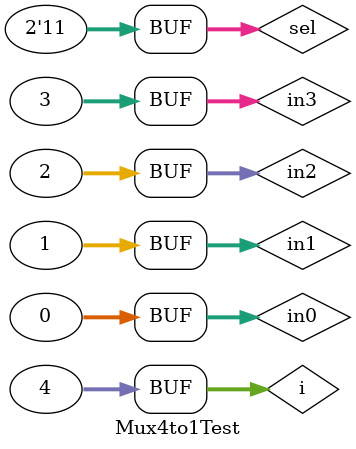
<source format=v>
`timescale 1ns / 1ps


module Mux4to1Test;

	// Inputs
	reg [31:0] in0;
	reg [31:0] in1;
	reg [31:0] in2;
	reg [31:0] in3;
	reg [1:0] sel;

	// Outputs
	wire [31:0] out;

	// Instantiate the Unit Under Test (UUT)
	Mux4to1 uut (
		.in0(in0), 
		.in1(in1), 
		.in2(in2), 
		.in3(in3), 
		.sel(sel), 
		.out(out)
	);

	integer i;

	initial begin
		// Initialize Inputs
		in0 = 0;
		in1 = 1;
		in2 = 2;
		in3 = 3;
		
		sel = 0;

		// Wait 100 ns for global reset to finish
		#100;
        
		// Add stimulus here
		for(i=0; i<4; i=i+1) begin
			#10;
			sel = i;
			#10;
		end

	end
	
	initial begin
		$monitor("sel:%d, out:%d", sel, out);
	end
      
endmodule


</source>
